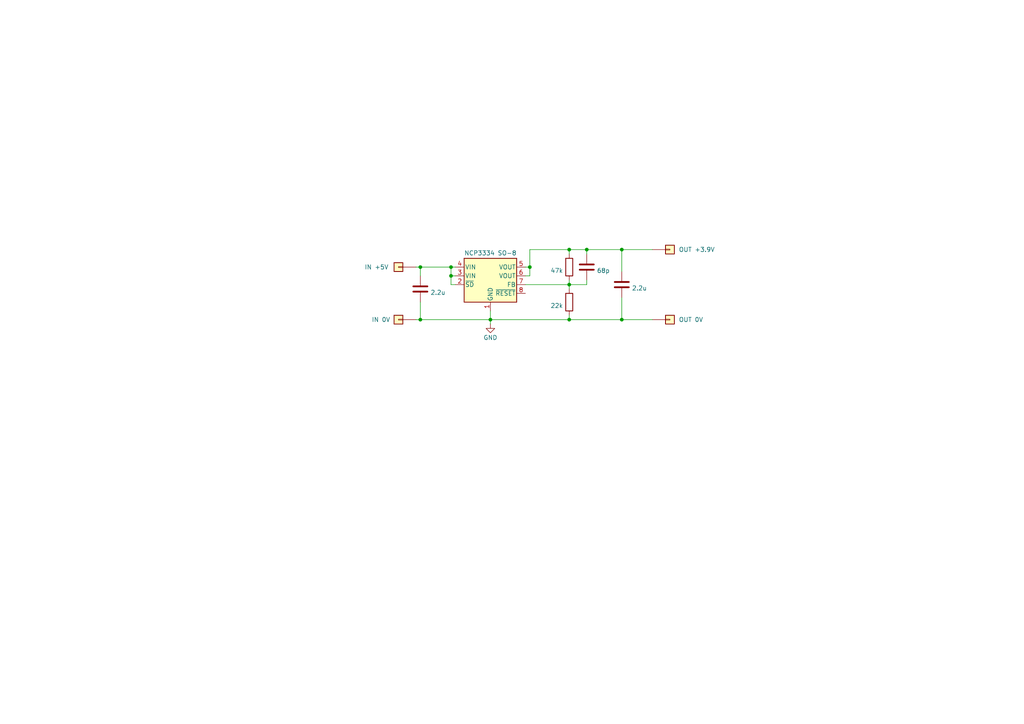
<source format=kicad_sch>
(kicad_sch (version 20230121) (generator eeschema)
  (paper "A4")
  (title_block (title "Power Supply for Albrecht ATT400 Tourguide Sender"))
  (lib_symbols
    (symbol "Conn_01x01_1" (pin_numbers hide) (pin_names (offset 1.016) hide)
      (property "Reference" "J" (at 0 2.54 0))
      (property "Value" "Conn_01x01" (at 0 -2.54 0))
      (symbol "Conn_01x01_1_1_1"
        (rectangle (start -1.27 0.127) (end 0 -0.127) (stroke (width 0.1524)))
        (rectangle (start -1.27 1.27) (end 1.27 -1.27) (stroke (width 0.254)) (fill (type background)))
        (pin passive line (at -5.08 0 0) (length 3.81) (name "Pin_1") (number "1"))
      )
    )
    (symbol "Conn_01x01_2" (pin_numbers hide) (pin_names (offset 1.016) hide)
      (property "Reference" "J" (at 0 2.54 0))
      (property "Value" "Conn_01x01" (at 0 -2.54 0))
      (symbol "Conn_01x01_2_1_1"
        (rectangle (start -1.27 0.127) (end 0 -0.127) (stroke (width 0.1524)))
        (rectangle (start -1.27 1.27) (end 1.27 -1.27) (stroke (width 0.254)) (fill (type background)))
        (pin passive line (at -5.08 0 0) (length 3.81) (name "Pin_1") (number "1"))
      )
    )
    (symbol "Conn_01x01_3" (pin_numbers hide) (pin_names (offset 1.016) hide)
      (property "Reference" "J" (at 0 2.54 0))
      (property "Value" "Conn_01x01" (at 0 -2.54 0))
      (symbol "Conn_01x01_3_1_1"
        (rectangle (start -1.27 0.127) (end 0 -0.127) (stroke (width 0.1524)))
        (rectangle (start -1.27 1.27) (end 1.27 -1.27) (stroke (width 0.254)) (fill (type background)))
        (pin passive line (at -5.08 0 0) (length 3.81) (name "Pin_1") (number "1"))
      )
    )
    (symbol "Connector_Generic:Conn_01x01" (pin_numbers hide) (pin_names (offset 1.016) hide)
      (property "Reference" "J" (at 0 2.54 0))
      (property "Value" "Conn_01x01" (at 0 -2.54 0))
      (symbol "Conn_01x01_1_1"
        (rectangle (start -1.27 0.127) (end 0 -0.127) (stroke (width 0.1524)))
        (rectangle (start -1.27 1.27) (end 1.27 -1.27) (stroke (width 0.254)) (fill (type background)))
        (pin passive line (at -5.08 0 0) (length 3.81) (name "Pin_1") (number "1"))
      )
    )
    (symbol "Device:C" (pin_numbers hide) (pin_names (offset 0.254))
      (property "Reference" "C" (at 0.635 2.54 0))
      (property "Value" "C" (at 0.635 -2.54 0))
      (symbol "C_0_1"
        (polyline (pts (xy -2.032 -0.762) (xy 2.032 -0.762)) (stroke (width 0.508)))
        (polyline (pts (xy -2.032 0.762) (xy 2.032 0.762)) (stroke (width 0.508)))
      )
      (symbol "C_1_1"
        (pin passive line (at 0 3.81 270) (length 2.794) (name "~") (number "1"))
        (pin passive line (at 0 -3.81 90) (length 2.794) (name "~") (number "2"))
      )
    )
    (symbol "Device:R" (pin_numbers hide) (pin_names (offset 0))
      (property "Reference" "R" (at 2.032 0 90))
      (property "Value" "R" (at 0 0 90))
      (symbol "R_0_1"
        (rectangle (start -1.016 -2.54) (end 1.016 2.54) (stroke (width 0.254)))
      )
      (symbol "R_1_1"
        (pin passive line (at 0 3.81 270) (length 1.27) (name "~") (number "1"))
        (pin passive line (at 0 -3.81 90) (length 1.27) (name "~") (number "2"))
      )
    )
    (symbol "Regulator_Linear:TPS77701_SO8" (pin_names (offset 0.254))
      (property "Reference" "U1" (at 0 10.795 0))
      (property "Value" "NCP3334" (at -0.635 8.89 0))
      (symbol "TPS77701_SO8_0_1"
        (rectangle (start -7.62 7.62) (end 7.62 -5.08) (stroke (width 0.254)) (fill (type background)))
      )
      (symbol "TPS77701_SO8_1_1"
        (pin power_in line (at 0 -7.62 90) (length 2.54) (name "GND") (number "1"))
        (pin input line (at -10.16 0 0) (length 2.54) (name "~{SD}") (number "2"))
        (pin power_in line (at -10.16 2.54 0) (length 2.54) (name "VIN") (number "3"))
        (pin passive line (at -10.16 5.08 0) (length 2.54) (name "VIN") (number "4"))
        (pin passive line (at 10.16 5.08 180) (length 2.54) (name "VOUT") (number "5"))
        (pin power_out line (at 10.16 2.54 180) (length 2.54) (name "VOUT") (number "6"))
        (pin passive line (at 10.16 0 180) (length 2.54) (name "FB") (number "7"))
        (pin open_collector line (at 10.16 -2.54 180) (length 2.54) (name "~{RESET}") (number "8"))
      )
    )
    (symbol "power:GND" (power) (pin_names (offset 0))
      (property "Value" "GND" (at 0 -3.81 0))
      (symbol "GND_0_1"
        (polyline (pts (xy 0 0) (xy 0 -1.27) (xy 1.27 -1.27) (xy 0 -2.54) (xy -1.27 -1.27) (xy 0 -1.27)))
      )
      (symbol "GND_1_1"
        (pin power_in line (at 0 0 270) (length 0) hide (name "GND") (number "1"))
      )
    )
  )
  (junction (at 130.81 77.47))
  (junction (at 142.24 92.71))
  (junction (at 153.67 77.47))
  (junction (at 180.34 92.71))
  (junction (at 130.81 80.01))
  (junction (at 121.92 77.47))
  (junction (at 165.1 72.39))
  (junction (at 170.18 72.39))
  (junction (at 165.1 92.71))
  (junction (at 165.1 82.55))
  (junction (at 180.34 72.39))
  (junction (at 121.92 92.71))
  (wire (pts (xy 170.18 81.28) (xy 170.18 82.55)))
  (wire (pts (xy 152.4 80.01) (xy 153.67 80.01)))
  (wire (pts (xy 153.67 77.47) (xy 153.67 72.39)))
  (wire (pts (xy 165.1 82.55) (xy 165.1 81.28)))
  (wire (pts (xy 165.1 72.39) (xy 170.18 72.39)))
  (wire (pts (xy 121.92 92.71) (xy 142.24 92.71)))
  (wire (pts (xy 142.24 92.71) (xy 142.24 93.98)))
  (wire (pts (xy 120.65 92.71) (xy 121.92 92.71)))
  (wire (pts (xy 130.81 80.01) (xy 132.08 80.01)))
  (wire (pts (xy 153.67 80.01) (xy 153.67 77.47)))
  (wire (pts (xy 121.92 80.01) (xy 121.92 77.47)))
  (wire (pts (xy 130.81 82.55) (xy 130.81 80.01)))
  (wire (pts (xy 180.34 72.39) (xy 189.23 72.39)))
  (wire (pts (xy 180.34 92.71) (xy 189.23 92.71)))
  (wire (pts (xy 165.1 92.71) (xy 180.34 92.71)))
  (wire (pts (xy 165.1 72.39) (xy 165.1 73.66)))
  (wire (pts (xy 152.4 82.55) (xy 165.1 82.55)))
  (wire (pts (xy 142.24 90.17) (xy 142.24 92.71)))
  (wire (pts (xy 170.18 82.55) (xy 165.1 82.55)))
  (wire (pts (xy 130.81 77.47) (xy 132.08 77.47)))
  (wire (pts (xy 142.24 92.71) (xy 165.1 92.71)))
  (wire (pts (xy 153.67 77.47) (xy 152.4 77.47)))
  (wire (pts (xy 121.92 77.47) (xy 130.81 77.47)))
  (wire (pts (xy 180.34 78.74) (xy 180.34 72.39)))
  (wire (pts (xy 121.92 87.63) (xy 121.92 92.71)))
  (wire (pts (xy 120.65 77.47) (xy 121.92 77.47)))
  (wire (pts (xy 165.1 82.55) (xy 165.1 83.82)))
  (wire (pts (xy 170.18 72.39) (xy 170.18 73.66)))
  (wire (pts (xy 132.08 82.55) (xy 130.81 82.55)))
  (wire (pts (xy 153.67 72.39) (xy 165.1 72.39)))
  (wire (pts (xy 130.81 80.01) (xy 130.81 77.47)))
  (wire (pts (xy 165.1 92.71) (xy 165.1 91.44)))
  (wire (pts (xy 180.34 92.71) (xy 180.34 86.36)))
  (wire (pts (xy 180.34 72.39) (xy 170.18 72.39)))
  (symbol (lib_id "Device:R") (at 165.1 77.47 0) (mirror y) (unit 1)
    (property "Reference" "R1" (effects hide))
    (property "Value" "47k" (at 163.322 78.494 0) (effects (justify left)))
  )
  (symbol (lib_id "Device:C") (at 121.92 83.82 0) (mirror y) (unit 1)
    (property "Reference" "C3" (effects hide))
    (property "Value" "2.2u" (at 124.841 84.844 0) (effects (justify right)))
  )
  (symbol (lib_id "Device:C") (at 180.34 82.55 0) (unit 1)
    (property "Reference" "C2" (effects hide))
    (property "Value" "2.2u" (at 183.261 83.574 0) (effects (justify left)))
  )
  (symbol (lib_id "Device:C") (at 170.18 77.47 0) (unit 1)
    (property "Reference" "C1" (effects hide))
    (property "Value" "68p" (at 173.101 78.494 0) (effects (justify left)))
  )
  (symbol (lib_id "Device:R") (at 165.1 87.63 0) (mirror y) (unit 1)
    (property "Reference" "R2" (effects hide))
    (property "Value" "22k" (at 163.322 88.654 0) (effects (justify left)))
  )
  (symbol (lib_id "power:GND") (at 142.24 93.98 0) (unit 1)
    (property "Reference" "#PWR01" (effects hide))
    (property "Value" "GND" (at 142.24 97.925 0))
  )
  (symbol (lib_id "Regulator_Linear:TPS77701_SO8") (at 142.24 82.55 0) (unit 1)
    (property "Reference" "U1" (effects hide))
    (property "Value" "NCP3334 SO-8" (at 142.24 73.398 0))
    (property "Footprint" "Package_SO:SOIC-8_3.9x4.9mm_P1.27mm" (effects hide))
  )
  (symbol (lib_name "Conn_01x01_3") (lib_id "Connector_Generic:Conn_01x01") (at 194.31 92.71 0) (unit 1)
    (property "Reference" "J4" (effects hide))
    (property "Value" "OUT 0V" (at 196.85 92.71 0) (effects (justify left)))
  )
  (symbol (lib_name "Conn_01x01_1") (lib_id "Connector_Generic:Conn_01x01") (at 115.57 77.47 0) (mirror y) (unit 1)
    (property "Reference" "J1" (effects hide))
    (property "Value" "IN +5V" (at 109.22 77.47 0))
  )
  (symbol (lib_name "Conn_01x01_2") (lib_id "Connector_Generic:Conn_01x01") (at 115.57 92.71 0) (mirror y) (unit 1)
    (property "Reference" "J2" (effects hide))
    (property "Value" "IN 0V" (at 110.49 92.71 0))
  )
  (symbol (lib_id "Connector_Generic:Conn_01x01") (at 194.31 72.39 0) (unit 1)
    (property "Reference" "J3" (effects hide))
    (property "Value" "OUT +3.9V" (at 196.85 72.39 0) (effects (justify left)))
  )
)
</source>
